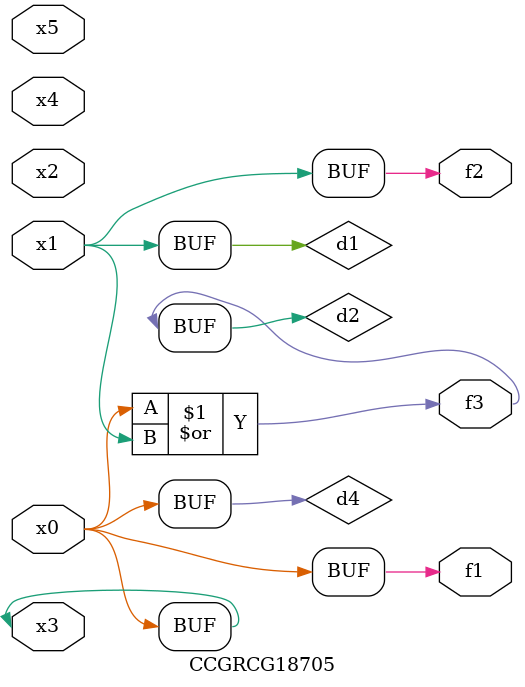
<source format=v>
module CCGRCG18705(
	input x0, x1, x2, x3, x4, x5,
	output f1, f2, f3
);

	wire d1, d2, d3, d4;

	and (d1, x1);
	or (d2, x0, x1);
	nand (d3, x0, x5);
	buf (d4, x0, x3);
	assign f1 = d4;
	assign f2 = d1;
	assign f3 = d2;
endmodule

</source>
